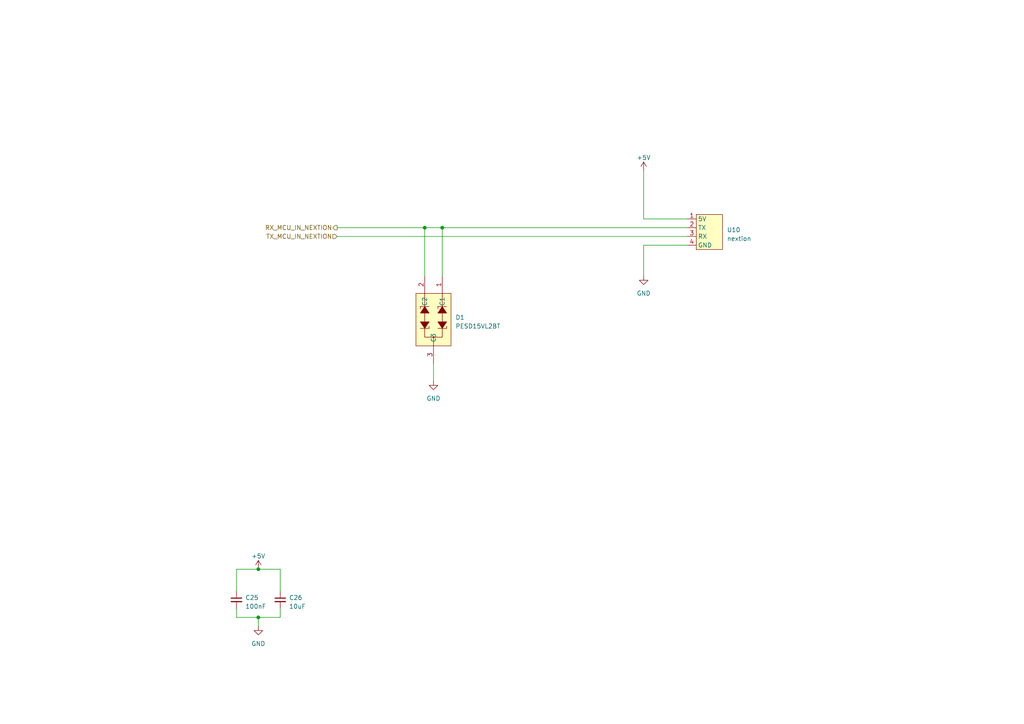
<source format=kicad_sch>
(kicad_sch (version 20210621) (generator eeschema)
  (paper "A4")
  (lib_symbols
    (symbol "Device:C_Small" (pin_numbers hide) (pin_names (offset 0.254) hide)
      (property "Reference" "C" (at 0.254 1.778 0))
      (property "Value" "C_Small" (at 0.254 -2.032 0))
      (symbol "C_Small_0_1"
        (polyline (pts (xy -1.524 -0.508) (xy 1.524 -0.508)) (stroke (width 0.3302)))
        (polyline (pts (xy -1.524 0.508) (xy 1.524 0.508)) (stroke (width 0.3048)))
      )
      (symbol "C_Small_1_1"
        (pin passive line (at 0 2.54 270) (length 2.032) (name "~") (number "1"))
        (pin passive line (at 0 -2.54 90) (length 2.032) (name "~") (number "2"))
      )
    )
    (symbol "Halfgelijders:PESD15VL2BT" (pin_names (offset 1.016))
      (property "Reference" "D" (at 0 0 0))
      (property "Value" "PESD15VL2BT" (at 0 6.35 0))
      (symbol "PESD15VL2BT_1_1"
        (circle (center 5.08 0) (radius 0.1778) (fill (type outline)))
        (rectangle (start -7.62 5.08) (end 7.62 -5.08) (fill (type background)))
        (polyline (pts (xy -3.81 -3.81) (xy -3.175 -3.81)))
        (polyline (pts (xy -3.81 -2.54) (xy -7.62 -2.54)))
        (polyline (pts (xy -3.81 -1.27) (xy -3.81 -3.81)))
        (polyline (pts (xy -3.81 1.27) (xy -3.175 1.27)))
        (polyline (pts (xy -3.81 2.54) (xy -7.62 2.54)))
        (polyline (pts (xy -3.81 3.81) (xy -3.81 1.27)))
        (polyline (pts (xy 0.635 -2.54) (xy -1.905 -2.54)))
        (polyline (pts (xy 0.635 2.54) (xy -1.905 2.54)))
        (polyline (pts (xy 0.635 2.54) (xy 0.635 2.54)))
        (polyline (pts (xy 2.54 -1.27) (xy 1.905 -1.27)))
        (polyline (pts (xy 2.54 -1.27) (xy 2.54 -3.81)))
        (polyline (pts (xy 2.54 3.81) (xy 1.905 3.81)))
        (polyline (pts (xy 2.54 3.81) (xy 2.54 1.27)))
        (polyline (pts (xy 5.08 0) (xy 7.62 0)))
        (polyline (pts (xy 2.54 2.54) (xy 5.08 2.54) (xy 5.08 -2.54) (xy 2.54 -2.54)))
        (polyline (pts (xy -1.905 -1.27) (xy -1.905 -3.81) (xy -3.81 -2.54) (xy -1.905 -1.27)) (fill (type outline)))
        (polyline (pts (xy -1.905 1.27) (xy -1.905 3.81) (xy -3.81 2.54) (xy -1.905 1.27)) (fill (type outline)))
        (polyline (pts (xy 0.635 -1.27) (xy 0.635 -3.81) (xy 2.54 -2.54) (xy 0.635 -1.27)) (fill (type outline)))
        (polyline (pts (xy 0.635 3.81) (xy 0.635 1.27) (xy 2.54 2.54) (xy 0.635 3.81)) (fill (type outline)))
        (pin bidirectional line (at -12.7 2.54 0) (length 5.08) (name "C1") (number "1"))
        (pin bidirectional line (at -12.7 -2.54 0) (length 5.08) (name "C2") (number "2"))
        (pin bidirectional line (at 12.7 0 180) (length 5.08) (name "C3") (number "3"))
      )
    )
    (symbol "modulles:nextion"
      (property "Reference" "U" (at 6.35 -3.81 90))
      (property "Value" "nextion" (at 3.81 -2.54 90))
      (symbol "nextion_0_1"
        (rectangle (start 0 1.27) (end 7.62 -8.89) (stroke (width 0.1524)) (fill (type background)))
      )
      (symbol "nextion_1_1"
        (pin power_in line (at -2.54 0 0) (length 2.54) (name "5V") (number "1"))
        (pin output line (at -2.54 -2.54 0) (length 2.54) (name "TX") (number "2"))
        (pin output line (at -2.54 -5.08 0) (length 2.54) (name "RX") (number "3"))
        (pin power_out line (at -2.54 -7.62 0) (length 2.54) (name "GND") (number "4"))
      )
    )
    (symbol "power:+5V" (power) (pin_names (offset 0))
      (property "Value" "+5V" (at 0 3.556 0))
      (symbol "+5V_0_1"
        (polyline (pts (xy -0.762 1.27) (xy 0 2.54)))
        (polyline (pts (xy 0 0) (xy 0 2.54)))
        (polyline (pts (xy 0 2.54) (xy 0.762 1.27)))
      )
      (symbol "+5V_1_1"
        (pin power_in line (at 0 0 90) (length 0) hide (name "+5V") (number "1"))
      )
    )
    (symbol "power:GND" (power) (pin_names (offset 0))
      (property "Value" "GND" (at 0 -3.81 0))
      (symbol "GND_0_1"
        (polyline (pts (xy 0 0) (xy 0 -1.27) (xy 1.27 -1.27) (xy 0 -2.54) (xy -1.27 -1.27) (xy 0 -1.27)))
      )
      (symbol "GND_1_1"
        (pin power_in line (at 0 0 270) (length 0) hide (name "GND") (number "1"))
      )
    )
  )
  (junction (at 74.93 165.1) (diameter 0.9144))
  (junction (at 74.93 179.07) (diameter 0.9144))
  (junction (at 123.19 66.04) (diameter 0.9144))
  (junction (at 128.27 66.04) (diameter 0.9144))
  (wire (pts (xy 68.58 165.1) (xy 74.93 165.1)))
  (wire (pts (xy 68.58 171.45) (xy 68.58 165.1)))
  (wire (pts (xy 68.58 176.53) (xy 68.58 179.07)))
  (wire (pts (xy 74.93 165.1) (xy 81.28 165.1)))
  (wire (pts (xy 74.93 179.07) (xy 68.58 179.07)))
  (wire (pts (xy 74.93 179.07) (xy 81.28 179.07)))
  (wire (pts (xy 74.93 181.61) (xy 74.93 179.07)))
  (wire (pts (xy 81.28 165.1) (xy 81.28 171.45)))
  (wire (pts (xy 81.28 179.07) (xy 81.28 176.53)))
  (wire (pts (xy 97.79 66.04) (xy 123.19 66.04)))
  (wire (pts (xy 97.79 68.58) (xy 199.39 68.58)))
  (wire (pts (xy 123.19 66.04) (xy 128.27 66.04)))
  (wire (pts (xy 123.19 80.01) (xy 123.19 66.04)))
  (wire (pts (xy 125.73 105.41) (xy 125.73 110.49)))
  (wire (pts (xy 128.27 66.04) (xy 128.27 80.01)))
  (wire (pts (xy 128.27 66.04) (xy 199.39 66.04)))
  (wire (pts (xy 186.69 49.53) (xy 186.69 63.5)))
  (wire (pts (xy 186.69 71.12) (xy 186.69 80.01)))
  (wire (pts (xy 199.39 63.5) (xy 186.69 63.5)))
  (wire (pts (xy 199.39 71.12) (xy 186.69 71.12)))
  (hierarchical_label "RX_MCU_IN_NEXTION" (shape output) (at 97.79 66.04 180))
  (hierarchical_label "TX_MCU_IN_NEXTION" (shape input) (at 97.79 68.58 180))
  (symbol (lib_id "power:+5V") (at 74.93 165.1 0) (unit 1)
    (property "Reference" "#PWR0164" (effects hide))
    (property "Value" "+5V" (at 74.93 161.29 0))
  )
  (symbol (lib_id "power:+5V") (at 186.69 49.53 0) (unit 1)
    (property "Reference" "#PWR0163" (effects hide))
    (property "Value" "+5V" (at 186.69 45.72 0))
  )
  (symbol (lib_id "power:GND") (at 74.93 181.61 0) (unit 1)
    (property "Reference" "#PWR0165" (effects hide))
    (property "Value" "GND" (at 74.93 186.69 0))
  )
  (symbol (lib_id "power:GND") (at 125.73 110.49 0) (unit 1)
    (property "Reference" "#PWR0166" (effects hide))
    (property "Value" "GND" (at 125.73 115.57 0))
  )
  (symbol (lib_id "power:GND") (at 186.69 80.01 0) (unit 1)
    (property "Reference" "#PWR0167" (effects hide))
    (property "Value" "GND" (at 186.69 85.09 0))
  )
  (symbol (lib_id "Device:C_Small") (at 68.58 173.99 0) (unit 1)
    (property "Reference" "C25" (at 71.12 173.3549 0) (effects (justify left)))
    (property "Value" "100nF" (at 71.12 175.8949 0) (effects (justify left)))
    (property "Footprint" "vanalles:0603" (effects hide))
  )
  (symbol (lib_id "Device:C_Small") (at 81.28 173.99 0) (unit 1)
    (property "Reference" "C26" (at 83.82 173.3549 0) (effects (justify left)))
    (property "Value" "10uF" (at 83.82 175.8949 0) (effects (justify left)))
    (property "Footprint" "vanalles:0603" (effects hide))
  )
  (symbol (lib_id "modulles:nextion") (at 201.93 63.5 0) (unit 1)
    (property "Reference" "U10" (at 210.82 66.6749 0) (effects (justify left)))
    (property "Value" "nextion" (at 210.82 69.2149 0) (effects (justify left)))
    (property "Footprint" "connectors_user:NS-Tech_Grove_1x04_P2mm_Vertical" (effects hide))
  )
  (symbol (lib_id "Halfgelijders:PESD15VL2BT") (at 125.73 92.71 270) (unit 1)
    (property "Reference" "D1" (at 132.08 92.0749 90) (effects (justify left)))
    (property "Value" "PESD15VL2BT" (at 132.08 94.6149 90) (effects (justify left)))
    (property "Footprint" "halfgeleiders:sot-23," (effects hide))
  )
)
</source>
